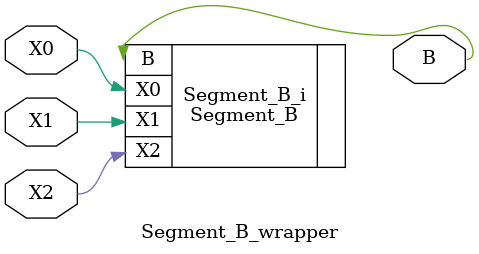
<source format=v>
`timescale 1 ps / 1 ps

module Segment_B_wrapper
   (B,
    X0,
    X1,
    X2);
  output B;
  input X0;
  input X1;
  input X2;

  wire B;
  wire X0;
  wire X1;
  wire X2;

  Segment_B Segment_B_i
       (.B(B),
        .X0(X0),
        .X1(X1),
        .X2(X2));
endmodule

</source>
